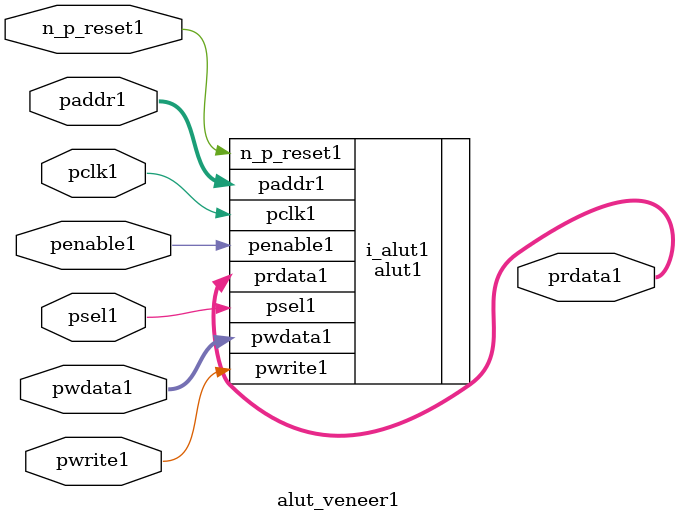
<source format=v>
module alut_veneer1
(   
   // Inputs1
   pclk1,
   n_p_reset1,
   psel1,            
   penable1,       
   pwrite1,         
   paddr1,           
   pwdata1,          

   // Outputs1
   prdata1  
);

   // APB1 Inputs1
   input             pclk1;               // APB1 clock1                          
   input             n_p_reset1;          // Reset1                              
   input             psel1;               // Module1 select1 signal1               
   input             penable1;            // Enable1 signal1                      
   input             pwrite1;             // Write when HIGH1 and read when LOW1  
   input [6:0]       paddr1;              // Address bus for read write         
   input [31:0]      pwdata1;             // APB1 write bus                      

   output [31:0]     prdata1;             // APB1 read bus                       


//-----------------------------------------------------------------------
//##############################################################################
// if the ALUT1 is NOT1 black1 boxed1 
//##############################################################################
`ifndef FV_KIT_BLACK_BOX_LUT1 


alut1 i_alut1 (
        //inputs1
        . n_p_reset1(n_p_reset1),
        . pclk1(pclk1),
        . psel1(psel1),
        . penable1(penable1),
        . pwrite1(pwrite1),
        . paddr1(paddr1[6:0]),
        . pwdata1(pwdata1),

        //outputs1
        . prdata1(prdata1)
);


`else 
//##############################################################################
// if the <module> is black1 boxed1 
//##############################################################################

   // APB1 Inputs1
   wire              pclk1;               // APB1 clock1                          
   wire              n_p_reset1;          // Reset1                              
   wire              psel1;               // Module1 select1 signal1               
   wire              penable1;            // Enable1 signal1                      
   wire              pwrite1;             // Write when HIGH1 and read when LOW1  
   wire  [6:0]       paddr1;              // Address bus for read write         
   wire  [31:0]      pwdata1;             // APB1 write bus                      

   reg   [31:0]      prdata1;             // APB1 read bus                       


`endif

endmodule

</source>
